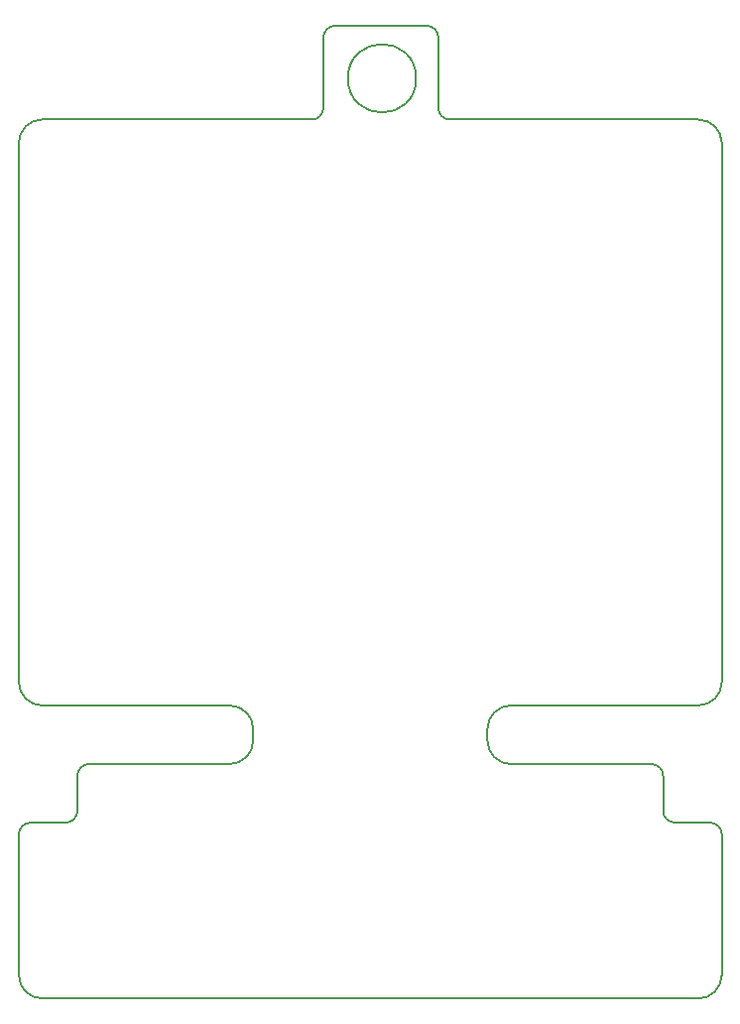
<source format=gbr>
G04 #@! TF.GenerationSoftware,KiCad,Pcbnew,(6.0.0-rc1-dev-1198-gf6cdcc1db)*
G04 #@! TF.CreationDate,2018-11-21T14:47:26-05:00*
G04 #@! TF.ProjectId,recurse-logo,72656375-7273-4652-9d6c-6f676f2e6b69,rev?*
G04 #@! TF.SameCoordinates,Original*
G04 #@! TF.FileFunction,Profile,NP*
%FSLAX46Y46*%
G04 Gerber Fmt 4.6, Leading zero omitted, Abs format (unit mm)*
G04 Created by KiCad (PCBNEW (6.0.0-rc1-dev-1198-gf6cdcc1db)) date Wednesday, November 21, 2018 at 02:47:26 PM*
%MOMM*%
%LPD*%
G01*
G04 APERTURE LIST*
%ADD10C,0.200000*%
G04 APERTURE END LIST*
D10*
X45912044Y-8487957D02*
G75*
G03X45912044Y-8487957I-2912044J0D01*
G01*
X14000000Y-12000000D02*
X37000000Y-12000000D01*
X70000000Y-12000000D02*
X48800000Y-12000000D01*
X48800000Y-12000000D02*
G75*
G02X47800000Y-11000000I0J1000000D01*
G01*
X38000000Y-11000000D02*
G75*
G02X37000000Y-12000000I-1000000J0D01*
G01*
X46800000Y-4000000D02*
G75*
G02X47800000Y-5000000I0J-1000000D01*
G01*
X38000000Y-5000000D02*
G75*
G02X39000000Y-4000000I1000000J0D01*
G01*
X47800000Y-5000000D02*
X47800000Y-11000000D01*
X39000000Y-4000000D02*
X46800000Y-4000000D01*
X38000000Y-11000000D02*
X38000000Y-5000000D01*
X30000000Y-62000000D02*
G75*
G02X32000000Y-64000000I0J-2000000D01*
G01*
X32000000Y-65000000D02*
G75*
G02X30000000Y-67000000I-2000000J0D01*
G01*
X17000000Y-68000000D02*
G75*
G02X18000000Y-67000000I1000000J0D01*
G01*
X17000000Y-71000000D02*
G75*
G02X16000000Y-72000000I-1000000J0D01*
G01*
X12000000Y-73000000D02*
G75*
G02X13000000Y-72000000I1000000J0D01*
G01*
X14000000Y-87000000D02*
G75*
G02X12000000Y-85000000I0J2000000D01*
G01*
X72000000Y-85000000D02*
G75*
G02X70000000Y-87000000I-2000000J0D01*
G01*
X71000000Y-72000000D02*
G75*
G02X72000000Y-73000000I0J-1000000D01*
G01*
X68000000Y-72000000D02*
G75*
G02X67000000Y-71000000I0J1000000D01*
G01*
X72000000Y-73000000D02*
X72000000Y-74000000D01*
X70000000Y-72000000D02*
X71000000Y-72000000D01*
X68000000Y-72000000D02*
X69000000Y-72000000D01*
X67000000Y-70000000D02*
X67000000Y-71000000D01*
X66000000Y-67000000D02*
G75*
G02X67000000Y-68000000I0J-1000000D01*
G01*
X67000000Y-68000000D02*
X67000000Y-69000000D01*
X65000000Y-67000000D02*
X66000000Y-67000000D01*
X72000000Y-74000000D02*
X72000000Y-85000000D01*
X69000000Y-72000000D02*
X70000000Y-72000000D01*
X67000000Y-69000000D02*
X67000000Y-70000000D01*
X54000000Y-67000000D02*
X65000000Y-67000000D01*
X52000000Y-64000000D02*
X52000000Y-65000000D01*
X54000000Y-67000000D02*
G75*
G02X52000000Y-65000000I0J2000000D01*
G01*
X52000000Y-64000000D02*
G75*
G02X54000000Y-62000000I2000000J0D01*
G01*
X72000000Y-60000000D02*
G75*
G02X70000000Y-62000000I-2000000J0D01*
G01*
X14000000Y-62000000D02*
G75*
G02X12000000Y-60000000I0J2000000D01*
G01*
X12000000Y-14000000D02*
G75*
G02X14000000Y-12000000I2000000J0D01*
G01*
X70000000Y-12000000D02*
G75*
G02X72000000Y-14000000I0J-2000000D01*
G01*
X54000000Y-62000000D02*
X70000000Y-62000000D01*
X72000000Y-60000000D02*
X72000000Y-14000000D01*
X12000000Y-60000000D02*
X12000000Y-14000000D01*
X12000000Y-85000000D02*
X12000000Y-73000000D01*
X18000000Y-67000000D02*
X30000000Y-67000000D01*
X30000000Y-62000000D02*
X14000000Y-62000000D01*
X32000000Y-65000000D02*
X32000000Y-64000000D01*
X17000000Y-71000000D02*
X17000000Y-68000000D01*
X13000000Y-72000000D02*
X16000000Y-72000000D01*
X70000000Y-87000000D02*
X14000000Y-87000000D01*
M02*

</source>
